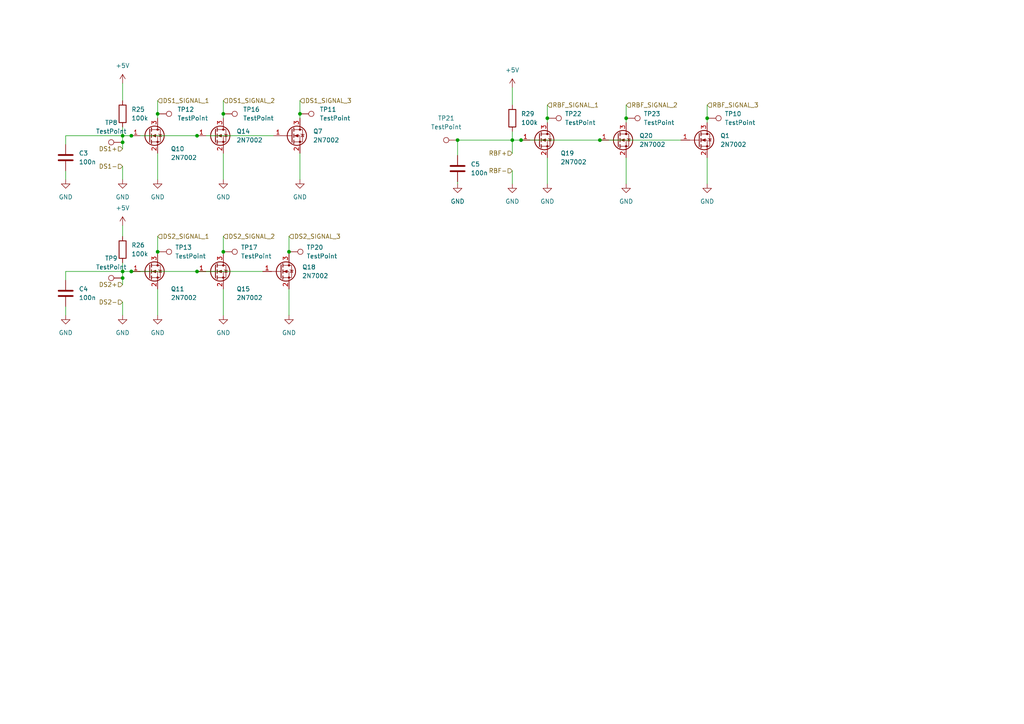
<source format=kicad_sch>
(kicad_sch (version 20211123) (generator eeschema)
  (paper "A4")
  (lib_symbols
    (symbol "Connector:TestPoint" (pin_numbers hide) (pin_names (offset 0.762) hide)
      (property "Reference" "TP" (at 0 6.858 0))
      (property "Value" "TestPoint" (at 0 5.08 0))
      (symbol "TestPoint_0_1"
        (circle (center 0 3.302) (radius 0.762))
      )
      (symbol "TestPoint_1_1"
        (pin passive line (at 0 0 90) (length 2.54) (name "1") (number "1"))
      )
    )
    (symbol "Device:C" (pin_numbers hide) (pin_names (offset 0.254))
      (property "Reference" "C" (at 0.635 2.54 0))
      (property "Value" "C" (at 0.635 -2.54 0))
      (symbol "C_0_1"
        (polyline (pts (xy -2.032 -0.762) (xy 2.032 -0.762)) (stroke (width 0.508)))
        (polyline (pts (xy -2.032 0.762) (xy 2.032 0.762)) (stroke (width 0.508)))
      )
      (symbol "C_1_1"
        (pin passive line (at 0 3.81 270) (length 2.794) (name "~") (number "1"))
        (pin passive line (at 0 -3.81 90) (length 2.794) (name "~") (number "2"))
      )
    )
    (symbol "Device:R" (pin_numbers hide) (pin_names (offset 0))
      (property "Reference" "R" (at 2.032 0 90))
      (property "Value" "R" (at 0 0 90))
      (symbol "R_0_1"
        (rectangle (start -1.016 -2.54) (end 1.016 2.54) (stroke (width 0.254)))
      )
      (symbol "R_1_1"
        (pin passive line (at 0 3.81 270) (length 1.27) (name "~") (number "1"))
        (pin passive line (at 0 -3.81 90) (length 1.27) (name "~") (number "2"))
      )
    )
    (symbol "Transistor_FET:2N7002" (pin_names hide)
      (property "Reference" "Q" (at 5.08 1.905 0))
      (property "Value" "2N7002" (at 5.08 0 0))
      (symbol "2N7002_0_1"
        (polyline (pts (xy 0.254 0) (xy -2.54 0)))
        (polyline (pts (xy 0.254 1.905) (xy 0.254 -1.905)) (stroke (width 0.254)))
        (polyline (pts (xy 0.762 -1.27) (xy 0.762 -2.286)) (stroke (width 0.254)))
        (polyline (pts (xy 0.762 0.508) (xy 0.762 -0.508)) (stroke (width 0.254)))
        (polyline (pts (xy 0.762 2.286) (xy 0.762 1.27)) (stroke (width 0.254)))
        (polyline (pts (xy 2.54 2.54) (xy 2.54 1.778)))
        (polyline (pts (xy 2.54 -2.54) (xy 2.54 0) (xy 0.762 0)))
        (polyline (pts (xy 0.762 -1.778) (xy 3.302 -1.778) (xy 3.302 1.778) (xy 0.762 1.778)))
        (polyline (pts (xy 1.016 0) (xy 2.032 0.381) (xy 2.032 -0.381) (xy 1.016 0)) (fill (type outline)))
        (polyline (pts (xy 2.794 0.508) (xy 2.921 0.381) (xy 3.683 0.381) (xy 3.81 0.254)))
        (polyline (pts (xy 3.302 0.381) (xy 2.921 -0.254) (xy 3.683 -0.254) (xy 3.302 0.381)))
        (circle (center 1.651 0) (radius 2.794) (stroke (width 0.254)))
        (circle (center 2.54 -1.778) (radius 0.254) (fill (type outline)))
        (circle (center 2.54 1.778) (radius 0.254) (fill (type outline)))
      )
      (symbol "2N7002_1_1"
        (pin input line (at -5.08 0 0) (length 2.54) (name "G") (number "1"))
        (pin passive line (at 2.54 -5.08 90) (length 2.54) (name "S") (number "2"))
        (pin passive line (at 2.54 5.08 270) (length 2.54) (name "D") (number "3"))
      )
    )
    (symbol "power:+5V" (power) (pin_names (offset 0))
      (property "Value" "+5V" (at 0 3.556 0))
      (symbol "+5V_0_1"
        (polyline (pts (xy -0.762 1.27) (xy 0 2.54)))
        (polyline (pts (xy 0 0) (xy 0 2.54)))
        (polyline (pts (xy 0 2.54) (xy 0.762 1.27)))
      )
      (symbol "+5V_1_1"
        (pin power_in line (at 0 0 90) (length 0) hide (name "+5V") (number "1"))
      )
    )
    (symbol "power:GND" (power) (pin_names (offset 0))
      (property "Value" "GND" (at 0 -3.81 0))
      (symbol "GND_0_1"
        (polyline (pts (xy 0 0) (xy 0 -1.27) (xy 1.27 -1.27) (xy 0 -2.54) (xy -1.27 -1.27) (xy 0 -1.27)))
      )
      (symbol "GND_1_1"
        (pin power_in line (at 0 0 270) (length 0) hide (name "GND") (number "1"))
      )
    )
  )
  (junction (at 181.61 34.29))
  (junction (at 45.72 33.02))
  (junction (at 205.105 34.29))
  (junction (at 151.13 40.64))
  (junction (at 83.82 73.025))
  (junction (at 173.99 40.64))
  (junction (at 35.56 39.37))
  (junction (at 57.15 39.37))
  (junction (at 38.1 78.74))
  (junction (at 148.59 40.64))
  (junction (at 64.77 33.02))
  (junction (at 35.56 78.74))
  (junction (at 57.15 78.74))
  (junction (at 158.75 34.29))
  (junction (at 64.77 73.025))
  (junction (at 38.1 39.37))
  (junction (at 86.995 33.02))
  (junction (at 132.715 40.64))
  (junction (at 35.56 80.645))
  (junction (at 35.56 41.275))
  (junction (at 45.72 73.025))
  (wire (pts (xy 181.61 45.72) (xy 181.61 53.34)))
  (wire (pts (xy 148.59 25.4) (xy 148.59 30.48)))
  (wire (pts (xy 35.56 39.37) (xy 35.56 41.275)))
  (wire (pts (xy 35.56 76.2) (xy 35.56 78.74)))
  (wire (pts (xy 35.56 78.74) (xy 38.1 78.74)))
  (wire (pts (xy 64.77 44.45) (xy 64.77 52.07)))
  (wire (pts (xy 35.56 87.63) (xy 35.56 91.44)))
  (wire (pts (xy 57.15 39.37) (xy 79.375 39.37)))
  (wire (pts (xy 86.995 33.02) (xy 86.995 34.29)))
  (wire (pts (xy 45.72 73.025) (xy 45.72 73.66)))
  (wire (pts (xy 35.56 80.645) (xy 35.56 82.55)))
  (wire (pts (xy 64.77 33.02) (xy 64.77 34.29)))
  (wire (pts (xy 64.77 83.82) (xy 64.77 91.44)))
  (wire (pts (xy 19.05 88.9) (xy 19.05 91.44)))
  (wire (pts (xy 148.59 38.1) (xy 148.59 40.64)))
  (wire (pts (xy 45.72 44.45) (xy 45.72 52.07)))
  (wire (pts (xy 19.05 78.74) (xy 35.56 78.74)))
  (wire (pts (xy 19.05 41.91) (xy 19.05 39.37)))
  (wire (pts (xy 83.82 68.58) (xy 83.82 73.025)))
  (wire (pts (xy 19.05 49.53) (xy 19.05 52.07)))
  (wire (pts (xy 205.105 34.29) (xy 205.105 35.56)))
  (wire (pts (xy 35.56 36.83) (xy 35.56 39.37)))
  (wire (pts (xy 148.59 40.64) (xy 148.59 44.45)))
  (wire (pts (xy 205.105 30.48) (xy 205.105 34.29)))
  (wire (pts (xy 35.56 24.13) (xy 35.56 29.21)))
  (wire (pts (xy 57.15 78.74) (xy 76.2 78.74)))
  (wire (pts (xy 151.13 40.64) (xy 173.99 40.64)))
  (wire (pts (xy 64.77 73.025) (xy 64.77 73.66)))
  (wire (pts (xy 86.995 44.45) (xy 86.995 52.07)))
  (wire (pts (xy 45.72 83.82) (xy 45.72 91.44)))
  (wire (pts (xy 35.56 78.74) (xy 35.56 80.645)))
  (wire (pts (xy 158.75 30.48) (xy 158.75 34.29)))
  (wire (pts (xy 148.59 40.64) (xy 151.13 40.64)))
  (wire (pts (xy 35.56 39.37) (xy 38.1 39.37)))
  (wire (pts (xy 64.77 68.58) (xy 64.77 73.025)))
  (wire (pts (xy 132.715 40.64) (xy 148.59 40.64)))
  (wire (pts (xy 38.1 78.74) (xy 57.15 78.74)))
  (wire (pts (xy 35.56 41.275) (xy 35.56 43.18)))
  (wire (pts (xy 45.72 33.02) (xy 45.72 34.29)))
  (wire (pts (xy 86.995 29.21) (xy 86.995 33.02)))
  (wire (pts (xy 132.715 52.705) (xy 132.715 53.34)))
  (wire (pts (xy 205.105 45.72) (xy 205.105 53.34)))
  (wire (pts (xy 35.56 65.405) (xy 35.56 68.58)))
  (wire (pts (xy 38.1 39.37) (xy 57.15 39.37)))
  (wire (pts (xy 35.56 48.26) (xy 35.56 52.07)))
  (wire (pts (xy 19.05 39.37) (xy 35.56 39.37)))
  (wire (pts (xy 158.75 45.72) (xy 158.75 53.34)))
  (wire (pts (xy 19.05 81.28) (xy 19.05 78.74)))
  (wire (pts (xy 83.82 73.025) (xy 83.82 73.66)))
  (wire (pts (xy 148.59 49.53) (xy 148.59 53.34)))
  (wire (pts (xy 64.77 29.21) (xy 64.77 33.02)))
  (wire (pts (xy 45.72 68.58) (xy 45.72 73.025)))
  (wire (pts (xy 181.61 30.48) (xy 181.61 34.29)))
  (wire (pts (xy 158.75 34.29) (xy 158.75 35.56)))
  (wire (pts (xy 181.61 34.29) (xy 181.61 35.56)))
  (wire (pts (xy 132.715 40.64) (xy 132.715 45.085)))
  (wire (pts (xy 83.82 83.82) (xy 83.82 91.44)))
  (wire (pts (xy 45.72 29.21) (xy 45.72 33.02)))
  (wire (pts (xy 173.99 40.64) (xy 197.485 40.64)))
  (hierarchical_label "RBF_SIGNAL_3" (shape input) (at 205.105 30.48 0))
  (hierarchical_label "RBF+" (shape input) (at 148.59 44.45 180))
  (hierarchical_label "DS2_SIGNAL_2" (shape input) (at 64.77 68.58 0))
  (hierarchical_label "RBF-" (shape input) (at 148.59 49.53 180))
  (hierarchical_label "RBF_SIGNAL_2" (shape input) (at 181.61 30.48 0))
  (hierarchical_label "DS2_SIGNAL_3" (shape input) (at 83.82 68.58 0))
  (hierarchical_label "DS1_SIGNAL_1" (shape input) (at 45.72 29.21 0))
  (hierarchical_label "DS1+" (shape input) (at 35.56 43.18 180))
  (hierarchical_label "DS2-" (shape input) (at 35.56 87.63 180))
  (hierarchical_label "RBF_SIGNAL_1" (shape input) (at 158.75 30.48 0))
  (hierarchical_label "DS2+" (shape input) (at 35.56 82.55 180))
  (hierarchical_label "DS1_SIGNAL_2" (shape input) (at 64.77 29.21 0))
  (hierarchical_label "DS1_SIGNAL_3" (shape input) (at 86.995 29.21 0))
  (hierarchical_label "DS1-" (shape input) (at 35.56 48.26 180))
  (hierarchical_label "DS2_SIGNAL_1" (shape input) (at 45.72 68.58 0))
  (symbol (lib_id "power:GND") (at 19.05 91.44 0) (unit 1)
    (property "Reference" "#PWR047" (effects hide))
    (property "Value" "GND" (at 19.05 96.52 0))
  )
  (symbol (lib_id "Connector:TestPoint") (at 83.82 73.025 270) (unit 1)
    (property "Reference" "TP20" (at 88.9 71.7549 90) (effects (justify left)))
    (property "Value" "TestPoint" (at 88.9 74.2949 90) (effects (justify left)))
    (property "Footprint" "TestPoint:TestPoint_THTPad_D1.0mm_Drill0.5mm" (effects hide))
  )
  (symbol (lib_id "power:GND") (at 83.82 91.44 0) (unit 1)
    (property "Reference" "#PWR060" (effects hide))
    (property "Value" "GND" (at 83.82 96.52 0))
  )
  (symbol (lib_id "Transistor_FET:2N7002") (at 84.455 39.37 0) (unit 1)
    (property "Reference" "Q7" (at 90.805 38.0999 0) (effects (justify left)))
    (property "Value" "2N7002" (at 90.805 40.6399 0) (effects (justify left)))
    (property "Footprint" "Package_TO_SOT_SMD:SOT-23" (effects hide))
    (property "Datasheet" "https://www.onsemi.com/pub/Collateral/NDS7002A-D.PDF" (effects hide))
  )
  (symbol (lib_id "power:GND") (at 35.56 91.44 0) (unit 1)
    (property "Reference" "#PWR051" (effects hide))
    (property "Value" "GND" (at 35.56 96.52 0))
  )
  (symbol (lib_id "Connector:TestPoint") (at 64.77 73.025 270) (unit 1)
    (property "Reference" "TP17" (at 69.85 71.7549 90) (effects (justify left)))
    (property "Value" "TestPoint" (at 69.85 74.2949 90) (effects (justify left)))
    (property "Footprint" "TestPoint:TestPoint_THTPad_D1.0mm_Drill0.5mm" (effects hide))
  )
  (symbol (lib_id "power:GND") (at 19.05 52.07 0) (unit 1)
    (property "Reference" "#PWR046" (effects hide))
    (property "Value" "GND" (at 19.05 57.15 0))
  )
  (symbol (lib_id "Device:C") (at 19.05 85.09 0) (unit 1)
    (property "Reference" "C4" (at 22.86 83.8199 0) (effects (justify left)))
    (property "Value" "100n" (at 22.86 86.3599 0) (effects (justify left)))
    (property "Footprint" "Capacitor_SMD:C_0805_2012Metric" (effects hide))
  )
  (symbol (lib_id "Device:R") (at 35.56 72.39 0) (unit 1)
    (property "Reference" "R26" (at 38.1 71.1199 0) (effects (justify left)))
    (property "Value" "100k" (at 38.1 73.6599 0) (effects (justify left)))
    (property "Footprint" "Resistor_SMD:R_0805_2012Metric" (effects hide))
  )
  (symbol (lib_id "Transistor_FET:2N7002") (at 62.23 39.37 0) (unit 1)
    (property "Reference" "Q14" (at 68.58 38.0999 0) (effects (justify left)))
    (property "Value" "2N7002" (at 68.58 40.6399 0) (effects (justify left)))
    (property "Footprint" "Package_TO_SOT_SMD:SOT-23" (effects hide))
    (property "Datasheet" "https://www.onsemi.com/pub/Collateral/NDS7002A-D.PDF" (effects hide))
  )
  (symbol (lib_id "Connector:TestPoint") (at 158.75 34.29 270) (unit 1)
    (property "Reference" "TP22" (at 163.83 33.0199 90) (effects (justify left)))
    (property "Value" "TestPoint" (at 163.83 35.5599 90) (effects (justify left)))
    (property "Footprint" "TestPoint:TestPoint_THTPad_D1.0mm_Drill0.5mm" (effects hide))
  )
  (symbol (lib_id "Connector:TestPoint") (at 86.995 33.02 270) (unit 1)
    (property "Reference" "TP11" (at 92.71 31.7499 90) (effects (justify left)))
    (property "Value" "TestPoint" (at 92.71 34.2899 90) (effects (justify left)))
    (property "Footprint" "TestPoint:TestPoint_THTPad_D1.0mm_Drill0.5mm" (effects hide))
  )
  (symbol (lib_id "power:GND") (at 148.59 53.34 0) (unit 1)
    (property "Reference" "#PWR061" (effects hide))
    (property "Value" "GND" (at 148.59 58.42 0))
  )
  (symbol (lib_id "power:GND") (at 132.715 53.34 0) (unit 1)
    (property "Reference" "#PWR0124" (effects hide))
    (property "Value" "GND" (at 132.715 58.42 0))
  )
  (symbol (lib_id "Transistor_FET:2N7002") (at 156.21 40.64 0) (unit 1)
    (property "Reference" "Q19" (at 162.56 44.45 0) (effects (justify left)))
    (property "Value" "2N7002" (at 162.56 46.99 0) (effects (justify left)))
    (property "Footprint" "Package_TO_SOT_SMD:SOT-23" (effects hide))
    (property "Datasheet" "https://www.onsemi.com/pub/Collateral/NDS7002A-D.PDF" (effects hide))
  )
  (symbol (lib_id "Transistor_FET:2N7002") (at 43.18 78.74 0) (unit 1)
    (property "Reference" "Q11" (at 49.53 83.82 0) (effects (justify left)))
    (property "Value" "2N7002" (at 49.53 86.36 0) (effects (justify left)))
    (property "Footprint" "Package_TO_SOT_SMD:SOT-23" (effects hide))
    (property "Datasheet" "https://www.onsemi.com/pub/Collateral/NDS7002A-D.PDF" (effects hide))
  )
  (symbol (lib_id "power:+5V") (at 35.56 24.13 0) (unit 1)
    (property "Reference" "#PWR0116" (effects hide))
    (property "Value" "+5V" (at 35.56 19.05 0))
  )
  (symbol (lib_id "power:GND") (at 181.61 53.34 0) (unit 1)
    (property "Reference" "#PWR063" (effects hide))
    (property "Value" "GND" (at 181.61 58.42 0))
  )
  (symbol (lib_id "Transistor_FET:2N7002") (at 81.28 78.74 0) (unit 1)
    (property "Reference" "Q18" (at 87.63 77.4699 0) (effects (justify left)))
    (property "Value" "2N7002" (at 87.63 80.0099 0) (effects (justify left)))
    (property "Footprint" "Package_TO_SOT_SMD:SOT-23" (effects hide))
    (property "Datasheet" "https://www.onsemi.com/pub/Collateral/NDS7002A-D.PDF" (effects hide))
  )
  (symbol (lib_id "Connector:TestPoint") (at 35.56 41.275 90) (unit 1)
    (property "Reference" "TP8" (at 32.258 35.56 90))
    (property "Value" "TestPoint" (at 32.258 38.1 90))
    (property "Footprint" "TestPoint:TestPoint_THTPad_D1.0mm_Drill0.5mm" (effects hide))
  )
  (symbol (lib_id "power:GND") (at 86.995 52.07 0) (unit 1)
    (property "Reference" "#PWR049" (effects hide))
    (property "Value" "GND" (at 86.995 57.15 0))
  )
  (symbol (lib_id "Connector:TestPoint") (at 132.715 40.64 90) (unit 1)
    (property "Reference" "TP21" (at 129.413 34.29 90))
    (property "Value" "TestPoint" (at 129.413 36.83 90))
    (property "Footprint" "TestPoint:TestPoint_THTPad_D1.0mm_Drill0.5mm" (effects hide))
  )
  (symbol (lib_id "power:GND") (at 45.72 91.44 0) (unit 1)
    (property "Reference" "#PWR055" (effects hide))
    (property "Value" "GND" (at 45.72 96.52 0))
  )
  (symbol (lib_id "Connector:TestPoint") (at 64.77 33.02 270) (unit 1)
    (property "Reference" "TP16" (at 70.485 31.7499 90) (effects (justify left)))
    (property "Value" "TestPoint" (at 70.485 34.2899 90) (effects (justify left)))
    (property "Footprint" "TestPoint:TestPoint_THTPad_D1.0mm_Drill0.5mm" (effects hide))
  )
  (symbol (lib_id "Connector:TestPoint") (at 45.72 73.025 270) (unit 1)
    (property "Reference" "TP13" (at 50.8 71.7549 90) (effects (justify left)))
    (property "Value" "TestPoint" (at 50.8 74.2949 90) (effects (justify left)))
    (property "Footprint" "TestPoint:TestPoint_THTPad_D1.0mm_Drill0.5mm" (effects hide))
  )
  (symbol (lib_id "Device:C") (at 19.05 45.72 0) (unit 1)
    (property "Reference" "C3" (at 22.86 44.4499 0) (effects (justify left)))
    (property "Value" "100n" (at 22.86 46.9899 0) (effects (justify left)))
    (property "Footprint" "Capacitor_SMD:C_0805_2012Metric" (effects hide))
  )
  (symbol (lib_id "Transistor_FET:2N7002") (at 202.565 40.64 0) (unit 1)
    (property "Reference" "Q1" (at 208.915 39.3699 0) (effects (justify left)))
    (property "Value" "2N7002" (at 208.915 41.9099 0) (effects (justify left)))
    (property "Footprint" "Package_TO_SOT_SMD:SOT-23" (effects hide))
    (property "Datasheet" "https://www.onsemi.com/pub/Collateral/NDS7002A-D.PDF" (effects hide))
  )
  (symbol (lib_id "Connector:TestPoint") (at 35.56 80.645 90) (unit 1)
    (property "Reference" "TP9" (at 32.258 74.93 90))
    (property "Value" "TestPoint" (at 32.258 77.47 90))
    (property "Footprint" "TestPoint:TestPoint_THTPad_D1.0mm_Drill0.5mm" (effects hide))
  )
  (symbol (lib_id "Transistor_FET:2N7002") (at 179.07 40.64 0) (unit 1)
    (property "Reference" "Q20" (at 185.42 39.3699 0) (effects (justify left)))
    (property "Value" "2N7002" (at 185.42 41.9099 0) (effects (justify left)))
    (property "Footprint" "Package_TO_SOT_SMD:SOT-23" (effects hide))
    (property "Datasheet" "https://www.onsemi.com/pub/Collateral/NDS7002A-D.PDF" (effects hide))
  )
  (symbol (lib_id "power:+5V") (at 148.59 25.4 0) (unit 1)
    (property "Reference" "#PWR0118" (effects hide))
    (property "Value" "+5V" (at 148.59 20.32 0))
  )
  (symbol (lib_id "power:GND") (at 158.75 53.34 0) (unit 1)
    (property "Reference" "#PWR062" (effects hide))
    (property "Value" "GND" (at 158.75 58.42 0))
  )
  (symbol (lib_id "Transistor_FET:2N7002") (at 62.23 78.74 0) (unit 1)
    (property "Reference" "Q15" (at 68.58 83.82 0) (effects (justify left)))
    (property "Value" "2N7002" (at 68.58 86.36 0) (effects (justify left)))
    (property "Footprint" "Package_TO_SOT_SMD:SOT-23" (effects hide))
    (property "Datasheet" "https://www.onsemi.com/pub/Collateral/NDS7002A-D.PDF" (effects hide))
  )
  (symbol (lib_id "power:GND") (at 205.105 53.34 0) (unit 1)
    (property "Reference" "#PWR052" (effects hide))
    (property "Value" "GND" (at 205.105 58.42 0))
  )
  (symbol (lib_id "power:GND") (at 64.77 91.44 0) (unit 1)
    (property "Reference" "#PWR058" (effects hide))
    (property "Value" "GND" (at 64.77 96.52 0))
  )
  (symbol (lib_id "Connector:TestPoint") (at 45.72 33.02 270) (unit 1)
    (property "Reference" "TP12" (at 51.435 31.7499 90) (effects (justify left)))
    (property "Value" "TestPoint" (at 51.435 34.2899 90) (effects (justify left)))
    (property "Footprint" "TestPoint:TestPoint_THTPad_D1.0mm_Drill0.5mm" (effects hide))
  )
  (symbol (lib_id "power:+5V") (at 35.56 65.405 0) (unit 1)
    (property "Reference" "#PWR0117" (effects hide))
    (property "Value" "+5V" (at 35.56 60.325 0))
  )
  (symbol (lib_id "Device:C") (at 132.715 48.895 0) (unit 1)
    (property "Reference" "C5" (at 136.525 47.6249 0) (effects (justify left)))
    (property "Value" "100n" (at 136.525 50.1649 0) (effects (justify left)))
    (property "Footprint" "Capacitor_SMD:C_0805_2012Metric" (effects hide))
  )
  (symbol (lib_id "power:GND") (at 45.72 52.07 0) (unit 1)
    (property "Reference" "#PWR054" (effects hide))
    (property "Value" "GND" (at 45.72 57.15 0))
  )
  (symbol (lib_id "power:GND") (at 35.56 52.07 0) (unit 1)
    (property "Reference" "#PWR050" (effects hide))
    (property "Value" "GND" (at 35.56 57.15 0))
  )
  (symbol (lib_id "Device:R") (at 148.59 34.29 0) (unit 1)
    (property "Reference" "R29" (at 151.13 33.0199 0) (effects (justify left)))
    (property "Value" "100k" (at 151.13 35.5599 0) (effects (justify left)))
    (property "Footprint" "Resistor_SMD:R_0805_2012Metric" (effects hide))
  )
  (symbol (lib_id "Connector:TestPoint") (at 205.105 34.29 270) (unit 1)
    (property "Reference" "TP10" (at 210.185 33.0199 90) (effects (justify left)))
    (property "Value" "TestPoint" (at 210.185 35.5599 90) (effects (justify left)))
    (property "Footprint" "TestPoint:TestPoint_THTPad_D1.0mm_Drill0.5mm" (effects hide))
  )
  (symbol (lib_id "Device:R") (at 35.56 33.02 0) (unit 1)
    (property "Reference" "R25" (at 38.1 31.7499 0) (effects (justify left)))
    (property "Value" "100k" (at 38.1 34.2899 0) (effects (justify left)))
    (property "Footprint" "Resistor_SMD:R_0805_2012Metric" (effects hide))
  )
  (symbol (lib_id "Transistor_FET:2N7002") (at 43.18 39.37 0) (unit 1)
    (property "Reference" "Q10" (at 49.53 43.18 0) (effects (justify left)))
    (property "Value" "2N7002" (at 49.53 45.72 0) (effects (justify left)))
    (property "Footprint" "Package_TO_SOT_SMD:SOT-23" (effects hide))
    (property "Datasheet" "https://www.onsemi.com/pub/Collateral/NDS7002A-D.PDF" (effects hide))
  )
  (symbol (lib_id "power:GND") (at 64.77 52.07 0) (unit 1)
    (property "Reference" "#PWR057" (effects hide))
    (property "Value" "GND" (at 64.77 57.15 0))
  )
  (symbol (lib_id "Connector:TestPoint") (at 181.61 34.29 270) (unit 1)
    (property "Reference" "TP23" (at 186.69 33.0199 90) (effects (justify left)))
    (property "Value" "TestPoint" (at 186.69 35.5599 90) (effects (justify left)))
    (property "Footprint" "TestPoint:TestPoint_THTPad_D1.0mm_Drill0.5mm" (effects hide))
  )
)
</source>
